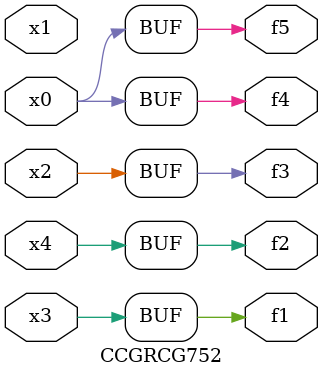
<source format=v>
module CCGRCG752(
	input x0, x1, x2, x3, x4,
	output f1, f2, f3, f4, f5
);
	assign f1 = x3;
	assign f2 = x4;
	assign f3 = x2;
	assign f4 = x0;
	assign f5 = x0;
endmodule

</source>
